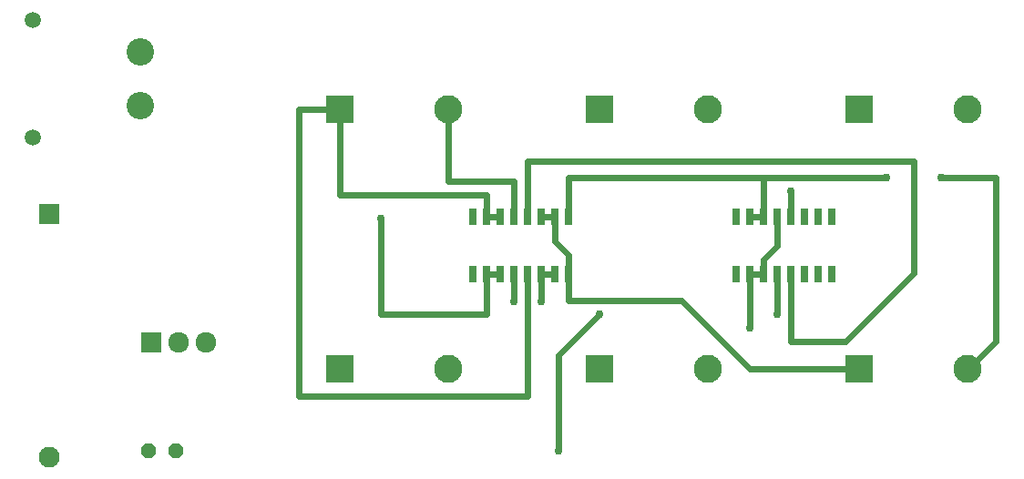
<source format=gbr>
G04 EAGLE Gerber RS-274X export*
G75*
%MOMM*%
%FSLAX34Y34*%
%LPD*%
%INBottom Copper*%
%IPPOS*%
%AMOC8*
5,1,8,0,0,1.08239X$1,22.5*%
G01*
%ADD10R,2.625000X2.625000*%
%ADD11C,2.625000*%
%ADD12R,0.650000X1.638000*%
%ADD13C,2.550000*%
%ADD14C,1.508000*%
%ADD15P,1.429621X8X22.500000*%
%ADD16R,1.920000X1.920000*%
%ADD17C,1.920000*%
%ADD18R,1.950000X1.950000*%
%ADD19C,1.950000*%
%ADD20C,0.609600*%
%ADD21C,0.756400*%
%ADD22C,0.304800*%


D10*
X330200Y368300D03*
D11*
X430200Y368300D03*
D10*
X571500Y368300D03*
D11*
X671500Y368300D03*
D10*
X812800Y368300D03*
D11*
X912800Y368300D03*
D10*
X812800Y127000D03*
D11*
X912800Y127000D03*
D10*
X571500Y127000D03*
D11*
X671500Y127000D03*
D10*
X330200Y127000D03*
D11*
X430200Y127000D03*
D12*
X453390Y268360D03*
X466090Y268360D03*
X478790Y268360D03*
X491490Y268360D03*
X504190Y268360D03*
X516890Y268360D03*
X529590Y268360D03*
X542290Y268360D03*
X542290Y214240D03*
X529590Y214240D03*
X516890Y214240D03*
X504190Y214240D03*
X491490Y214240D03*
X478790Y214240D03*
X466090Y214240D03*
X453390Y214240D03*
X698500Y268360D03*
X711200Y268360D03*
X723900Y268360D03*
X736600Y268360D03*
X749300Y268360D03*
X762000Y268360D03*
X774700Y268360D03*
X787400Y268360D03*
X787400Y214240D03*
X774700Y214240D03*
X762000Y214240D03*
X749300Y214240D03*
X736600Y214240D03*
X723900Y214240D03*
X711200Y214240D03*
X698500Y214240D03*
D13*
X144210Y371240D03*
X144210Y421240D03*
D14*
X44210Y451240D03*
X44210Y341240D03*
D15*
X152400Y50800D03*
X177800Y50800D03*
D16*
X154940Y151130D03*
D17*
X180340Y151130D03*
X205740Y151130D03*
D18*
X59690Y270510D03*
D19*
X59690Y44510D03*
D20*
X466090Y268360D02*
X478790Y268360D01*
X466090Y288290D02*
X330200Y288290D01*
X466090Y288290D02*
X466090Y268360D01*
X330200Y288290D02*
X330200Y368300D01*
X504190Y214240D02*
X504190Y101600D01*
X292100Y101600D01*
X292100Y368300D01*
X330200Y368300D01*
X430200Y368300D02*
X430200Y300990D01*
X491490Y300990D01*
X491490Y268360D01*
X478790Y214240D02*
X466090Y214240D01*
X466090Y177800D01*
X368300Y177800D01*
X368300Y266700D01*
D21*
X368300Y266700D03*
D20*
X491490Y214240D02*
X491490Y189230D01*
D21*
X491490Y189230D03*
D20*
X516890Y214240D02*
X529590Y214240D01*
X516890Y214240D02*
X516890Y189230D01*
D21*
X516890Y189230D03*
D20*
X542290Y190500D02*
X542290Y214240D01*
X647700Y190500D02*
X711200Y127000D01*
X812800Y127000D01*
X647700Y190500D02*
X542290Y190500D01*
X529590Y268360D02*
X516890Y268360D01*
X529590Y268360D02*
X529590Y245110D01*
X542290Y232410D02*
X542290Y214240D01*
X542290Y232410D02*
X529590Y245110D01*
X542290Y268360D02*
X542290Y304800D01*
D21*
X838200Y304800D03*
X889000Y304800D03*
D20*
X939800Y304800D01*
X939800Y152400D01*
X914400Y127000D01*
D22*
X912800Y127000D01*
D20*
X723900Y304800D02*
X542290Y304800D01*
X723900Y304800D02*
X838200Y304800D01*
X723900Y268360D02*
X711200Y268360D01*
X723900Y268360D02*
X723900Y304800D01*
X723900Y214240D02*
X711200Y214240D01*
X711200Y165100D01*
D21*
X711200Y165100D03*
D20*
X736600Y241300D02*
X736600Y268360D01*
X736600Y241300D02*
X723900Y228600D01*
X723900Y214240D01*
X504190Y268360D02*
X504190Y320040D01*
X863600Y320040D02*
X863600Y215900D01*
X800100Y152400D01*
X749300Y152400D01*
X749300Y214240D01*
X863600Y320040D02*
X504190Y320040D01*
X749300Y292100D02*
X749300Y268360D01*
D21*
X749300Y292100D03*
X571500Y177800D03*
D20*
X533400Y139700D01*
X533400Y50800D01*
D21*
X533400Y50800D03*
D20*
X736600Y177800D02*
X736600Y214240D01*
D21*
X736600Y177800D03*
M02*

</source>
